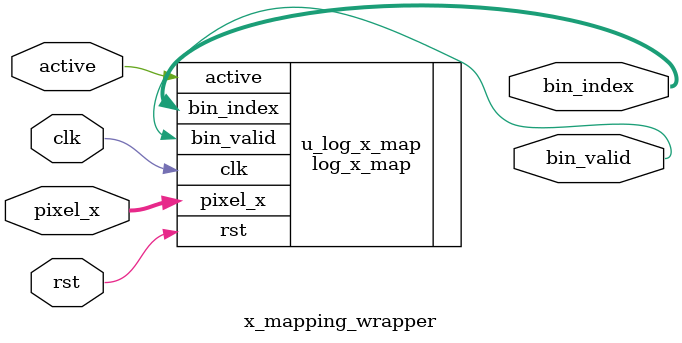
<source format=v>
module x_mapping_wrapper (
    input  wire       clk,
    input  wire       rst,

    input  wire [9:0] pixel_x,
    input  wire       active,

    output wire [8:0] bin_index,
    output wire       bin_valid
);

    log_x_map u_log_x_map (
        .clk(clk),
        .rst(rst),
        .pixel_x(pixel_x),
        .active(active),
        .bin_index(bin_index),
        .bin_valid(bin_valid)
    );

endmodule

</source>
